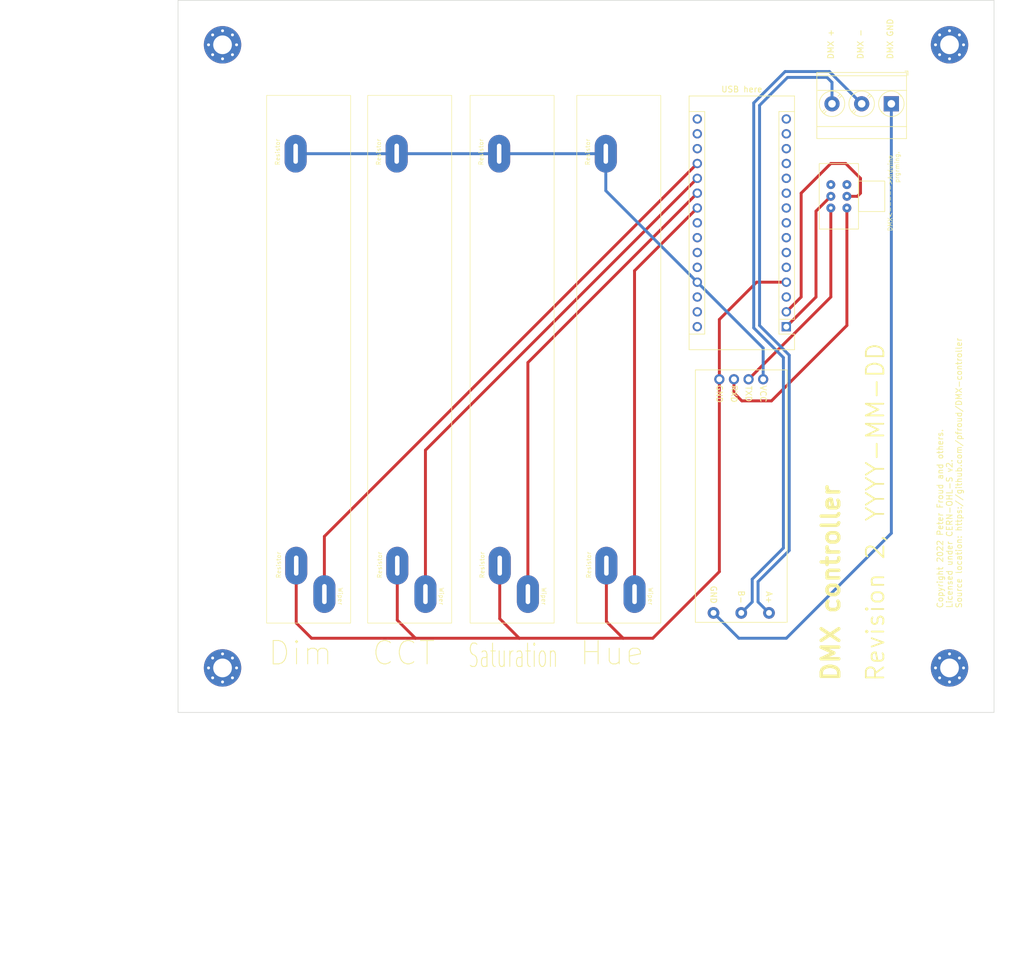
<source format=kicad_pcb>
(kicad_pcb (version 20211014) (generator pcbnew)
  (title_block (title "DMX controller"))
  (layers (0 "F.Cu" signal) (31 "B.Cu" signal) (34 "B.Paste" user) (35 "F.Paste" user) (36 "B.SilkS" user "B.Silkscreen") (37 "F.SilkS" user "F.Silkscreen") (38 "B.Mask" user) (39 "F.Mask" user) (44 "Edge.Cuts" user))
  (net 0 "")
  (net 1 "/TX")
  (net 2 "/RX")
  (net 4 "GND")
  (net 19 "/A0")
  (net 20 "/A1")
  (net 21 "/A2")
  (net 22 "/A3")
  (net 27 "+5V")
  (net 30 "Net-(J1-Pad1)")
  (net 31 "/DMX-")
  (net 32 "/DMX+")
  (net 33 "Net-(SW1-Pad1)")
  (net 35 "Net-(SW1-Pad4)")
  (footprint "DMX_controller:slide_potentiometer_OAK_A50K" (layer "F.Cu") (at 96.225 52.345)
    (fp_text reference "RV3" hide)
    (fp_text value "slider_3_saturation")
    (fp_text user "Resistor" (at 1.560911 79.884417 90 unlocked) (layer "F.SilkS") (effects (font (size 0.75 0.75) (thickness 0.1))))
    (fp_text user "Resistor" (at 1.381684 9.186495 90 unlocked) (layer "F.SilkS") (effects (font (size 0.75 0.75) (thickness 0.1))))
    (fp_text user "Wiper" (at 12.126933 85.242723 270 unlocked) (layer "F.SilkS") (effects (font (size 0.75 0.75) (thickness 0.1))))
    (fp_rect (start -0.5 -0.5) (end 13.88 89.84) (layer "F.SilkS") (width 0.1) (fill none))
    (pad "1" thru_hole oval (at 4.57 80) (size 3.77 6.45) (drill oval 0.77 3.45) (layers *.Cu *.Mask) (net 4 "GND"))
    (pad "2" thru_hole oval (at 9.39 84.87) (size 3.77 6.45) (drill oval 0.77 3.45) (layers *.Cu *.Mask) (net 21 "/A2"))
    (pad "3" thru_hole oval (at 4.47 9.48) (size 3.77 6.45) (drill oval 0.77 3.45) (layers *.Cu *.Mask) (net 27 "+5V"))
  )
  (footprint "MountingHole:MountingHole_3.2mm_M3_Pad_Via" (layer "F.Cu") (at 53.34 43.18)
    (fp_text reference "MH1" hide)
    (fp_text value "MountingHole_3.2mm_M3_Pad_Via")
    (pad "1" thru_hole circle (at 1.697056 1.697056) (size 0.8 0.8) (drill 0.5) (layers *.Cu *.Mask))
    (pad "1" thru_hole circle (at -1.697056 -1.697056) (size 0.8 0.8) (drill 0.5) (layers *.Cu *.Mask))
    (pad "1" thru_hole circle (at 2.4 0) (size 0.8 0.8) (drill 0.5) (layers *.Cu *.Mask))
    (pad "1" thru_hole circle (at 0 2.4) (size 0.8 0.8) (drill 0.5) (layers *.Cu *.Mask))
    (pad "1" thru_hole circle (at 0 -2.4) (size 0.8 0.8) (drill 0.5) (layers *.Cu *.Mask))
    (pad "1" thru_hole circle (at -1.697056 1.697056) (size 0.8 0.8) (drill 0.5) (layers *.Cu *.Mask))
    (pad "1" thru_hole circle (at 0 0) (size 6.4 6.4) (drill 3.2) (layers *.Cu *.Mask))
    (pad "1" thru_hole circle (at -2.4 0) (size 0.8 0.8) (drill 0.5) (layers *.Cu *.Mask))
    (pad "1" thru_hole circle (at 1.697056 -1.697056) (size 0.8 0.8) (drill 0.5) (layers *.Cu *.Mask))
  )
  (footprint "Module:Arduino_Nano" (layer "F.Cu") (at 149.86 91.44 180)
    (fp_text reference "A1" hide)
    (fp_text value "Arduino_Nano_v3.x")
    (fp_line (start -1.4 -3.94) (end -1.4 -1.27) (layer "F.SilkS") (width 0.12))
    (fp_line (start 13.97 -1.27) (end 16.64 -1.27) (layer "F.SilkS") (width 0.12))
    (fp_line (start 1.27 1.27) (end -1.4 1.27) (layer "F.SilkS") (width 0.12))
    (fp_line (start 1.27 1.27) (end 1.27 -1.27) (layer "F.SilkS") (width 0.12))
    (fp_line (start 1.27 36.83) (end -1.4 36.83) (layer "F.SilkS") (width 0.12))
    (fp_line (start 16.64 -3.94) (end -1.4 -3.94) (layer "F.SilkS") (width 0.12))
    (fp_line (start 1.27 1.27) (end 1.27 36.83) (layer "F.SilkS") (width 0.12))
    (fp_line (start -1.4 39.5) (end 16.64 39.5) (layer "F.SilkS") (width 0.12))
    (fp_line (start 1.27 -1.27) (end -1.4 -1.27) (layer "F.SilkS") (width 0.12))
    (fp_line (start 16.64 39.5) (end 16.64 -3.94) (layer "F.SilkS") (width 0.12))
    (fp_line (start 13.97 -1.27) (end 13.97 36.83) (layer "F.SilkS") (width 0.12))
    (fp_line (start 13.97 36.83) (end 16.64 36.83) (layer "F.SilkS") (width 0.12))
    (fp_line (start -1.4 1.27) (end -1.4 39.5) (layer "F.SilkS") (width 0.12))
    (pad "1" thru_hole rect (at 0 0 180) (size 1.6 1.6) (drill 1) (layers *.Cu *.Mask) (net 1 "/TX"))
    (pad "2" thru_hole oval (at 0 2.54 180) (size 1.6 1.6) (drill 1) (layers *.Cu *.Mask) (net 2 "/RX"))
    (pad "3" thru_hole oval (at 0 5.08 180) (size 1.6 1.6) (drill 1) (layers *.Cu *.Mask))
    (pad "4" thru_hole oval (at 0 7.62 180) (size 1.6 1.6) (drill 1) (layers *.Cu *.Mask) (net 4 "GND"))
    (pad "5" thru_hole oval (at 0 10.16 180) (size 1.6 1.6) (drill 1) (layers *.Cu *.Mask))
    (pad "6" thru_hole oval (at 0 12.7 180) (size 1.6 1.6) (drill 1) (layers *.Cu *.Mask))
    (pad "7" thru_hole oval (at 0 15.24 180) (size 1.6 1.6) (drill 1) (layers *.Cu *.Mask))
    (pad "8" thru_hole oval (at 0 17.78 180) (size 1.6 1.6) (drill 1) (layers *.Cu *.Mask))
    (pad "9" thru_hole oval (at 0 20.32 180) (size 1.6 1.6) (drill 1) (layers *.Cu *.Mask))
    (pad "10" thru_hole oval (at 0 22.86 180) (size 1.6 1.6) (drill 1) (layers *.Cu *.Mask))
    (pad "11" thru_hole oval (at 0 25.4 180) (size 1.6 1.6) (drill 1) (layers *.Cu *.Mask))
    (pad "12" thru_hole oval (at 0 27.94 180) (size 1.6 1.6) (drill 1) (layers *.Cu *.Mask))
    (pad "13" thru_hole oval (at 0 30.48 180) (size 1.6 1.6) (drill 1) (layers *.Cu *.Mask))
    (pad "14" thru_hole oval (at 0 33.02 180) (size 1.6 1.6) (drill 1) (layers *.Cu *.Mask))
    (pad "15" thru_hole oval (at 0 35.56 180) (size 1.6 1.6) (drill 1) (layers *.Cu *.Mask))
    (pad "16" thru_hole oval (at 15.24 35.56 180) (size 1.6 1.6) (drill 1) (layers *.Cu *.Mask))
    (pad "17" thru_hole oval (at 15.24 33.02 180) (size 1.6 1.6) (drill 1) (layers *.Cu *.Mask))
    (pad "18" thru_hole oval (at 15.24 30.48 180) (size 1.6 1.6) (drill 1) (layers *.Cu *.Mask))
    (pad "19" thru_hole oval (at 15.24 27.94 180) (size 1.6 1.6) (drill 1) (layers *.Cu *.Mask) (net 19 "/A0"))
    (pad "20" thru_hole oval (at 15.24 25.4 180) (size 1.6 1.6) (drill 1) (layers *.Cu *.Mask) (net 20 "/A1"))
    (pad "21" thru_hole oval (at 15.24 22.86 180) (size 1.6 1.6) (drill 1) (layers *.Cu *.Mask) (net 21 "/A2"))
    (pad "22" thru_hole oval (at 15.24 20.32 180) (size 1.6 1.6) (drill 1) (layers *.Cu *.Mask) (net 22 "/A3"))
    (pad "23" thru_hole oval (at 15.24 17.78 180) (size 1.6 1.6) (drill 1) (layers *.Cu *.Mask))
    (pad "24" thru_hole oval (at 15.24 15.24 180) (size 1.6 1.6) (drill 1) (layers *.Cu *.Mask))
    (pad "25" thru_hole oval (at 15.24 12.7 180) (size 1.6 1.6) (drill 1) (layers *.Cu *.Mask))
    (pad "26" thru_hole oval (at 15.24 10.16 180) (size 1.6 1.6) (drill 1) (layers *.Cu *.Mask))
    (pad "27" thru_hole oval (at 15.24 7.62 180) (size 1.6 1.6) (drill 1) (layers *.Cu *.Mask) (net 27 "+5V"))
    (pad "28" thru_hole oval (at 15.24 5.08 180) (size 1.6 1.6) (drill 1) (layers *.Cu *.Mask))
    (pad "29" thru_hole oval (at 15.24 2.54 180) (size 1.6 1.6) (drill 1) (layers *.Cu *.Mask))
    (pad "30" thru_hole oval (at 15.24 0 180) (size 1.6 1.6) (drill 1) (layers *.Cu *.Mask))
  )
  (footprint "DMX_controller:slide_switch_DPDT_black_plastic_red_sealed_terminals" (layer "F.Cu") (at 157.48 71.12 90)
    (fp_text reference "SW1" hide)
    (fp_text value "SW_Push_DPDT")
    (fp_rect (start -3.61 -1.985) (end 7.61 4.735) (layer "F.SilkS") (width 0.12) (fill none))
    (fp_rect (start -0.61 4.735) (end 4.61 9.235) (layer "F.SilkS") (width 0.12) (fill none))
    (pad "1" thru_hole circle (at 0 0 90) (size 1.524 1.524) (drill 0.6) (layers *.Cu *.Mask) (net 33 "Net-(SW1-Pad1)"))
    (pad "2" thru_hole circle (at 2 0 90) (size 1.524 1.524) (drill 0.6) (layers *.Cu *.Mask) (net 1 "/TX"))
    (pad "3" thru_hole circle (at 4 0 90) (size 1.524 1.524) (drill 0.6) (layers *.Cu *.Mask))
    (pad "4" thru_hole circle (at 0 2.75 90) (size 1.524 1.524) (drill 0.6) (layers *.Cu *.Mask) (net 35 "Net-(SW1-Pad4)"))
    (pad "5" thru_hole circle (at 2 2.75 90) (size 1.524 1.524) (drill 0.6) (layers *.Cu *.Mask) (net 2 "/RX"))
    (pad "6" thru_hole circle (at 4 2.75 90) (size 1.524 1.524) (drill 0.6) (layers *.Cu *.Mask))
  )
  (footprint "DMX_controller:TTL_to_RS485_transceiver" (layer "F.Cu") (at 149.895255 98.941949 -90)
    (fp_text reference "U1" hide)
    (fp_text value "TTL_to_RS485_transceiver")
    (fp_text user "A+" (at 40 3 -90 unlocked) (layer "F.SilkS") (effects (justify right)))
    (fp_text user "VCC" (at 4 4 -90 unlocked) (layer "F.SilkS"))
    (fp_text user "RXD" (at 4 9 -90 unlocked) (layer "F.SilkS"))
    (fp_text user "TXD" (at 4 6.5 -90 unlocked) (layer "F.SilkS"))
    (fp_text user "B-" (at 40 7.75 -90 unlocked) (layer "F.SilkS") (effects (justify right)))
    (fp_text user "GND" (at 40 12.5 -90 unlocked) (layer "F.SilkS") (effects (justify right)))
    (fp_text user "GND" (at 4 11.5 -90 unlocked) (layer "F.SilkS"))
    (fp_rect (start -0.11 -0.11) (end 43.11 15.61) (layer "F.SilkS") (width 0.12) (fill none))
    (pad "1" thru_hole circle (at 1.5 4 180) (size 1.75 1.75) (drill 1) (layers *.Cu *.Mask) (net 27 "+5V"))
    (pad "2" thru_hole circle (at 1.5 6.5 180) (size 1.75 1.75) (drill 1) (layers *.Cu *.Mask) (net 33 "Net-(SW1-Pad1)"))
    (pad "3" thru_hole circle (at 1.5 9 180) (size 1.75 1.75) (drill 1) (layers *.Cu *.Mask) (net 35 "Net-(SW1-Pad4)"))
    (pad "4" thru_hole circle (at 1.5 11.5 180) (size 1.75 1.75) (drill 1) (layers *.Cu *.Mask) (net 4 "GND"))
    (pad "5" thru_hole circle (at 41.5 3 180) (size 2 2) (drill 1) (layers *.Cu *.Mask) (net 32 "/DMX+"))
    (pad "6" thru_hole circle (at 41.5 7.75 180) (size 2 2) (drill 1) (layers *.Cu *.Mask) (net 31 "/DMX-"))
    (pad "7" thru_hole circle (at 41.5 12.5 180) (size 2 2) (drill 1) (layers *.Cu *.Mask) (net 30 "Net-(J1-Pad1)"))
  )
  (footprint "MountingHole:MountingHole_3.2mm_M3_Pad_Via" (layer "F.Cu") (at 177.8 149.86)
    (fp_text reference "MH3" hide)
    (fp_text value "MountingHole_3.2mm_M3_Pad_Via")
    (pad "1" thru_hole circle (at 0 0) (size 6.4 6.4) (drill 3.2) (layers *.Cu *.Mask))
    (pad "1" thru_hole circle (at 2.4 0) (size 0.8 0.8) (drill 0.5) (layers *.Cu *.Mask))
    (pad "1" thru_hole circle (at 1.697056 1.697056) (size 0.8 0.8) (drill 0.5) (layers *.Cu *.Mask))
    (pad "1" thru_hole circle (at 0 2.4) (size 0.8 0.8) (drill 0.5) (layers *.Cu *.Mask))
    (pad "1" thru_hole circle (at 1.697056 -1.697056) (size 0.8 0.8) (drill 0.5) (layers *.Cu *.Mask))
    (pad "1" thru_hole circle (at 0 -2.4) (size 0.8 0.8) (drill 0.5) (layers *.Cu *.Mask))
    (pad "1" thru_hole circle (at -1.697056 -1.697056) (size 0.8 0.8) (drill 0.5) (layers *.Cu *.Mask))
    (pad "1" thru_hole circle (at -2.4 0) (size 0.8 0.8) (drill 0.5) (layers *.Cu *.Mask))
    (pad "1" thru_hole circle (at -1.697056 1.697056) (size 0.8 0.8) (drill 0.5) (layers *.Cu *.Mask))
  )
  (footprint "MountingHole:MountingHole_3.2mm_M3_Pad_Via" (layer "F.Cu") (at 53.34 149.86)
    (fp_text reference "MH4" hide)
    (fp_text value "MountingHole_3.2mm_M3_Pad_Via")
    (pad "1" thru_hole circle (at 0 2.4) (size 0.8 0.8) (drill 0.5) (layers *.Cu *.Mask))
    (pad "1" thru_hole circle (at 0 -2.4) (size 0.8 0.8) (drill 0.5) (layers *.Cu *.Mask))
    (pad "1" thru_hole circle (at -2.4 0) (size 0.8 0.8) (drill 0.5) (layers *.Cu *.Mask))
    (pad "1" thru_hole circle (at 2.4 0) (size 0.8 0.8) (drill 0.5) (layers *.Cu *.Mask))
    (pad "1" thru_hole circle (at 1.697056 -1.697056) (size 0.8 0.8) (drill 0.5) (layers *.Cu *.Mask))
    (pad "1" thru_hole circle (at -1.697056 -1.697056) (size 0.8 0.8) (drill 0.5) (layers *.Cu *.Mask))
    (pad "1" thru_hole circle (at 0 0) (size 6.4 6.4) (drill 3.2) (layers *.Cu *.Mask))
    (pad "1" thru_hole circle (at -1.697056 1.697056) (size 0.8 0.8) (drill 0.5) (layers *.Cu *.Mask))
    (pad "1" thru_hole circle (at 1.697056 1.697056) (size 0.8 0.8) (drill 0.5) (layers *.Cu *.Mask))
  )
  (footprint "MountingHole:MountingHole_3.2mm_M3_Pad_Via" (layer "F.Cu") (at 177.8 43.18)
    (fp_text reference "MH2" hide)
    (fp_text value "MountingHole_3.2mm_M3_Pad_Via")
    (pad "1" thru_hole circle (at 1.697056 1.697056) (size 0.8 0.8) (drill 0.5) (layers *.Cu *.Mask))
    (pad "1" thru_hole circle (at 0 -2.4) (size 0.8 0.8) (drill 0.5) (layers *.Cu *.Mask))
    (pad "1" thru_hole circle (at 0 2.4) (size 0.8 0.8) (drill 0.5) (layers *.Cu *.Mask))
    (pad "1" thru_hole circle (at -2.4 0) (size 0.8 0.8) (drill 0.5) (layers *.Cu *.Mask))
    (pad "1" thru_hole circle (at 2.4 0) (size 0.8 0.8) (drill 0.5) (layers *.Cu *.Mask))
    (pad "1" thru_hole circle (at -1.697056 1.697056) (size 0.8 0.8) (drill 0.5) (layers *.Cu *.Mask))
    (pad "1" thru_hole circle (at 1.697056 -1.697056) (size 0.8 0.8) (drill 0.5) (layers *.Cu *.Mask))
    (pad "1" thru_hole circle (at -1.697056 -1.697056) (size 0.8 0.8) (drill 0.5) (layers *.Cu *.Mask))
    (pad "1" thru_hole circle (at 0 0) (size 6.4 6.4) (drill 3.2) (layers *.Cu *.Mask))
  )
  (footprint "TerminalBlock_Phoenix:TerminalBlock_Phoenix_MKDS-3-3-5.08_1x03_P5.08mm_Horizontal" (layer "F.Cu") (at 167.84 53.28 180)
    (fp_text reference "J1" hide)
    (fp_text value "DMX_output")
    (fp_line (start 6.468 -1.654) (end 6.088 -1.274) (layer "F.SilkS") (width 0.12))
    (fp_line (start 9.153 1.274) (end 8.773 1.654) (layer "F.SilkS") (width 0.12))
    (fp_line (start -2.84 5.6) (end -2.34 5.6) (layer "F.SilkS") (width 0.12))
    (fp_line (start -2.6 2.3) (end 12.76 2.3) (layer "F.SilkS") (width 0.12))
    (fp_line (start -2.6 4.8) (end 12.76 4.8) (layer "F.SilkS") (width 0.12))
    (fp_line (start 8.902 0.992) (end 8.507 1.388) (layer "F.SilkS") (width 0.12))
    (fp_line (start -2.6 -5.96) (end 12.76 -5.96) (layer "F.SilkS") (width 0.12))
    (fp_line (start 12.76 -5.96) (end 12.76 5.36) (layer "F.SilkS") (width 0.12))
    (fp_line (start -2.84 4.86) (end -2.84 5.6) (layer "F.SilkS") (width 0.12))
    (fp_line (start -1.282 1.547) (end -1.388 1.654) (layer "F.SilkS") (width 0.12))
    (fp_line (start 11.814 -1.388) (end 11.419 -0.992) (layer "F.SilkS") (width 0.12))
    (fp_line (start -2.6 -5.96) (end -2.6 5.36) (layer "F.SilkS") (width 0.12))
    (fp_line (start 3.822 0.992) (end 3.427 1.388) (layer "F.SilkS") (width 0.12))
    (fp_line (start 1.654 -1.388) (end 1.547 -1.281) (layer "F.SilkS") (width 0.12))
    (fp_line (start -2.6 -3.9) (end 12.76 -3.9) (layer "F.SilkS") (width 0.12))
    (fp_line (start 4.073 1.274) (end 3.693 1.654) (layer "F.SilkS") (width 0.12))
    (fp_line (start 1.388 -1.654) (end 1.281 -1.547) (layer "F.SilkS") (width 0.12))
    (fp_line (start 11.548 -1.654) (end 11.168 -1.274) (layer "F.SilkS") (width 0.12))
    (fp_line (start 6.734 -1.388) (end 6.339 -0.992) (layer "F.SilkS") (width 0.12))
    (fp_line (start -2.6 5.36) (end 12.76 5.36) (layer "F.SilkS") (width 0.12))
    (fp_line (start -1.548 1.281) (end -1.654 1.388) (layer "F.SilkS") (width 0.12))
    (fp_circle (center 5.08 0) (end 7.26 0) (layer "F.SilkS") (width 0.12) (fill none))
    (fp_circle (center 0 0) (end 2.18 0) (layer "F.SilkS") (width 0.12) (fill none))
    (fp_circle (center 10.16 0) (end 12.34 0) (layer "F.SilkS") (width 0.12) (fill none))
    (pad "1" thru_hole rect (at 0 0 180) (size 2.6 2.6) (drill 1.3) (layers *.Cu *.Mask) (net 30 "Net-(J1-Pad1)"))
    (pad "2" thru_hole circle (at 5.08 0 180) (size 2.6 2.6) (drill 1.3) (layers *.Cu *.Mask) (net 31 "/DMX-"))
    (pad "3" thru_hole circle (at 10.16 0 180) (size 2.6 2.6) (drill 1.3) (layers *.Cu *.Mask) (net 32 "/DMX+"))
  )
  (footprint "DMX_controller:slide_potentiometer_OAK_A50K" (layer "F.Cu") (at 61.385 52.345)
    (fp_text reference "RV1" hide)
    (fp_text value "slider_1_dim")
    (fp_text user "Resistor" (at 1.381684 9.186495 90 unlocked) (layer "F.SilkS") (effects (font (size 0.75 0.75) (thickness 0.1))))
    (fp_text user "Wiper" (at 12.126933 85.242723 270 unlocked) (layer "F.SilkS") (effects (font (size 0.75 0.75) (thickness 0.1))))
    (fp_text user "Resistor" (at 1.560911 79.884417 90 unlocked) (layer "F.SilkS") (effects (font (size 0.75 0.75) (thickness 0.1))))
    (fp_rect (start -0.5 -0.5) (end 13.88 89.84) (layer "F.SilkS") (width 0.1) (fill none))
    (pad "1" thru_hole oval (at 4.57 80) (size 3.77 6.45) (drill oval 0.77 3.45) (layers *.Cu *.Mask) (net 4 "GND"))
    (pad "2" thru_hole oval (at 9.39 84.87) (size 3.77 6.45) (drill oval 0.77 3.45) (layers *.Cu *.Mask) (net 19 "/A0"))
    (pad "3" thru_hole oval (at 4.47 9.48) (size 3.77 6.45) (drill oval 0.77 3.45) (layers *.Cu *.Mask) (net 27 "+5V"))
  )
  (footprint "DMX_controller:slide_potentiometer_OAK_A50K" (layer "F.Cu") (at 114.485 52.345)
    (fp_text reference "RV4" hide)
    (fp_text value "slider_4_hue")
    (fp_text user "Resistor" (at 1.381684 9.186495 90 unlocked) (layer "F.SilkS") (effects (font (size 0.75 0.75) (thickness 0.1))))
    (fp_text user "Resistor" (at 1.560911 79.884417 90 unlocked) (layer "F.SilkS") (effects (font (size 0.75 0.75) (thickness 0.1))))
    (fp_text user "Wiper" (at 12.126933 85.242723 270 unlocked) (layer "F.SilkS") (effects (font (size 0.75 0.75) (thickness 0.1))))
    (fp_rect (start -0.5 -0.5) (end 13.88 89.84) (layer "F.SilkS") (width 0.1) (fill none))
    (pad "1" thru_hole oval (at 4.57 80) (size 3.77 6.45) (drill oval 0.77 3.45) (layers *.Cu *.Mask) (net 4 "GND"))
    (pad "2" thru_hole oval (at 9.39 84.87) (size 3.77 6.45) (drill oval 0.77 3.45) (layers *.Cu *.Mask) (net 22 "/A3"))
    (pad "3" thru_hole oval (at 4.47 9.48) (size 3.77 6.45) (drill oval 0.77 3.45) (layers *.Cu *.Mask) (net 27 "+5V"))
  )
  (footprint "DMX_controller:slide_potentiometer_OAK_A50K" (layer "F.Cu") (at 78.685 52.345)
    (fp_text reference "RV2" hide)
    (fp_text value "slider_2_CCT")
    (fp_text user "Resistor" (at 1.560911 79.884417 90 unlocked) (layer "F.SilkS") (effects (font (size 0.75 0.75) (thickness 0.1))))
    (fp_text user "Resistor" (at 1.381684 9.186495 90 unlocked) (layer "F.SilkS") (effects (font (size 0.75 0.75) (thickness 0.1))))
    (fp_text user "Wiper" (at 12.126933 85.242723 270 unlocked) (layer "F.SilkS") (effects (font (size 0.75 0.75) (thickness 0.1))))
    (fp_rect (start -0.5 -0.5) (end 13.88 89.84) (layer "F.SilkS") (width 0.1) (fill none))
    (pad "1" thru_hole oval (at 4.57 80) (size 3.77 6.45) (drill oval 0.77 3.45) (layers *.Cu *.Mask) (net 4 "GND"))
    (pad "2" thru_hole oval (at 9.39 84.87) (size 3.77 6.45) (drill oval 0.77 3.45) (layers *.Cu *.Mask) (net 20 "/A1"))
    (pad "3" thru_hole oval (at 4.47 9.48) (size 3.77 6.45) (drill oval 0.77 3.45) (layers *.Cu *.Mask) (net 27 "+5V"))
  )
  (gr_rect (start 45.72 35.56) (end 185.42 157.48) (layer "Edge.Cuts") (width 0.1) (fill none))
  (gr_text "prgrming." (at 168.818852 64.13638 90) (layer "F.SilkS") (effects (font (size 0.75 0.75) (thickness 0.1))))
  (gr_text "DMX -" (at 162.56 45.72 90) (layer "F.SilkS") (effects (font (size 1 1)) (justify left)))
  (gr_text "Dim" (at 60.96 147.32) (layer "F.SilkS") (effects (font (size 4 4)) (justify left)))
  (gr_text "Hue" (at 114.3 147.32) (layer "F.SilkS") (effects (font (size 4 4)) (justify left)))
  (gr_text "DMX GND" (at 167.64 45.72 90) (layer "F.SilkS") (effects (font (size 1 1)) (justify left)))
  (gr_text "DMX controller" (at 157.48 152.4 90) (layer "F.SilkS") (effects (font (size 3 3) (thickness 0.6)) (justify left)))
  (gr_text "Saturation" (at 95.274826 147.769011) (layer "F.SilkS") (effects (font (size 4 2)) (justify left)))
  (gr_text "USB here" (at 142.24 50.8) (layer "F.SilkS") (effects (font (size 1 1))))
  (gr_text "DMX +" (at 157.48 45.72 90) (layer "F.SilkS") (effects (font (size 1 1)) (justify left)))
  (gr_text "Revision 2, YYYY-MM-DD" (at 165.1 152.4 90) (layer "F.SilkS") (effects (font (size 3 3) (thickness 0.3)) (justify left)))
  (gr_text "DMX<----->Arduino" (at 167.64 68.58 90) (layer "F.SilkS") (effects (font (size 0.75 0.75) (thickness 0.1))))
  (gr_text "CCT" (at 78.74 147.32) (layer "F.SilkS") (effects (font (size 4 4)) (justify left)))
  (gr_text "Copyright 2022 Peter Froud and others.\nLicensed under CERN-OHL-S v2.\nSource location: https://github.com/pfroud/DMX-controller" (at 177.8 139.7 90) (layer "F.SilkS") (effects (font (size 1 1)) (justify left)))
  (segment (start 149.86 91.44) (end 154.94 86.36) (width 0.5) (layer "F.Cu") (net 1))
  (segment (start 157.48 69.12) (end 154.94 71.66) (width 0.5) (layer "F.Cu") (net 1))
  (segment (start 154.94 71.66) (end 154.94 86.36) (width 0.5) (layer "F.Cu") (net 1))
  (segment (start 157.48 63.5) (end 160.02 63.5) (width 0.5) (layer "F.Cu") (net 2))
  (segment (start 162.02 69.12) (end 162.56 68.58) (width 0.5) (layer "F.Cu") (net 2))
  (segment (start 149.86 88.9) (end 152.4 86.36) (width 0.5) (layer "F.Cu") (net 2))
  (segment (start 152.4 86.36) (end 152.4 68.58) (width 0.5) (layer "F.Cu") (net 2))
  (segment (start 162.56 68.58) (end 162.56 66.04) (width 0.5) (layer "F.Cu") (net 2))
  (segment (start 152.4 68.58) (end 157.48 63.5) (width 0.5) (layer "F.Cu") (net 2))
  (segment (start 162.56 66.04) (end 160.02 63.5) (width 0.5) (layer "F.Cu") (net 2))
  (segment (start 162.02 69.12) (end 160.23 69.12) (width 0.5) (layer "F.Cu") (net 2))
  (segment (start 83.255 141.675) (end 83.255 132.345) (width 0.5) (layer "F.Cu") (net 4))
  (segment (start 104.14 144.78) (end 121.92 144.78) (width 0.5) (layer "F.Cu") (net 4))
  (segment (start 104.14 144.78) (end 100.795 141.435) (width 0.5) (layer "F.Cu") (net 4))
  (segment (start 119.055 141.915) (end 119.055 132.345) (width 0.5) (layer "F.Cu") (net 4))
  (segment (start 86.36 144.78) (end 83.255 141.675) (width 0.5) (layer "F.Cu") (net 4))
  (segment (start 121.92 144.78) (end 119.055 141.915) (width 0.5) (layer "F.Cu") (net 4))
  (segment (start 138.395255 90.204745) (end 144.78 83.82) (width 0.5) (layer "F.Cu") (net 4))
  (segment (start 138.395255 133.384745) (end 138.395255 100.441949) (width 0.5) (layer "F.Cu") (net 4))
  (segment (start 86.36 144.78) (end 104.14 144.78) (width 0.5) (layer "F.Cu") (net 4))
  (segment (start 65.955 142.155) (end 68.58 144.78) (width 0.5) (layer "F.Cu") (net 4))
  (segment (start 127 144.78) (end 138.395255 133.384745) (width 0.5) (layer "F.Cu") (net 4))
  (segment (start 144.78 83.82) (end 149.86 83.82) (width 0.5) (layer "F.Cu") (net 4))
  (segment (start 121.92 144.78) (end 127 144.78) (width 0.5) (layer "F.Cu") (net 4))
  (segment (start 138.395255 100.441949) (end 138.395255 90.204745) (width 0.5) (layer "F.Cu") (net 4))
  (segment (start 65.955 132.345) (end 65.955 142.155) (width 0.5) (layer "F.Cu") (net 4))
  (segment (start 100.795 141.435) (end 100.795 132.345) (width 0.5) (layer "F.Cu") (net 4))
  (segment (start 86.36 144.78) (end 68.58 144.78) (width 0.5) (layer "F.Cu") (net 4))
  (segment (start 70.775 127.345) (end 134.62 63.5) (width 0.5) (layer "F.Cu") (net 19))
  (segment (start 70.775 137.215) (end 70.775 127.345) (width 0.5) (layer "F.Cu") (net 19))
  (segment (start 88.075 137.215) (end 88.075 112.585) (width 0.5) (layer "F.Cu") (net 20))
  (segment (start 88.075 112.585) (end 134.62 66.04) (width 0.5) (layer "F.Cu") (net 20))
  (segment (start 105.615 137.215) (end 105.615 97.585) (width 0.5) (layer "F.Cu") (net 21))
  (segment (start 105.615 97.585) (end 134.62 68.58) (width 0.5) (layer "F.Cu") (net 21))
  (segment (start 123.875 137.215) (end 123.875 81.865) (width 0.5) (layer "F.Cu") (net 22))
  (segment (start 123.875 81.865) (end 134.62 71.12) (width 0.5) (layer "F.Cu") (net 22))
  (segment (start 145.895255 95.095255) (end 145.895255 100.441949) (width 0.5) (layer "B.Cu") (net 27))
  (segment (start 118.955 68.155) (end 134.62 83.82) (width 0.5) (layer "B.Cu") (net 27))
  (segment (start 118.955 68.155) (end 118.955 61.825) (width 0.5) (layer "B.Cu") (net 27))
  (segment (start 118.955 61.825) (end 101.655 61.825) (width 0.5) (layer "B.Cu") (net 27))
  (segment (start 84.115 61.825) (end 65.855 61.825) (width 0.5) (layer "B.Cu") (net 27))
  (segment (start 134.62 83.82) (end 145.895255 95.095255) (width 0.5) (layer "B.Cu") (net 27))
  (segment (start 101.655 61.825) (end 84.115 61.825) (width 0.5) (layer "B.Cu") (net 27))
  (segment (start 141.733306 144.78) (end 137.395255 140.441949) (width 0.5) (layer "B.Cu") (net 30))
  (segment (start 167.84 53.28) (end 167.84 126.8) (width 0.5) (layer "B.Cu") (net 30))
  (segment (start 167.84 126.8) (end 149.86 144.78) (width 0.5) (layer "B.Cu") (net 30))
  (segment (start 149.86 144.78) (end 141.733306 144.78) (width 0.5) (layer "B.Cu") (net 30))
  (segment (start 149.36 96.727108) (end 149.36 129.332892) (width 0.5) (layer "B.Cu") (net 31))
  (segment (start 144.28 53.132892) (end 144.28 91.647108) (width 0.5) (layer "B.Cu") (net 31))
  (segment (start 144.020255 138.566949) (end 142.145255 140.441949) (width 0.5) (layer "B.Cu") (net 31))
  (segment (start 157.24 47.76) (end 149.652892 47.76) (width 0.5) (layer "B.Cu") (net 31))
  (segment (start 144.28 91.647108) (end 149.36 96.727108) (width 0.5) (layer "B.Cu") (net 31))
  (segment (start 149.36 129.332892) (end 144.020255 134.672637) (width 0.5) (layer "B.Cu") (net 31))
  (segment (start 162.76 53.28) (end 157.24 47.76) (width 0.5) (layer "B.Cu") (net 31))
  (segment (start 144.020255 134.672637) (end 144.020255 138.566949) (width 0.5) (layer "B.Cu") (net 31))
  (segment (start 149.652892 47.76) (end 144.28 53.132892) (width 0.5) (layer "B.Cu") (net 31))
  (segment (start 150.36 129.747108) (end 145.020255 135.086853) (width 0.5) (layer "B.Cu") (net 32))
  (segment (start 157.68 49.614214) (end 156.825786 48.76) (width 0.5) (layer "B.Cu") (net 32))
  (segment (start 150.067108 48.76) (end 145.28 53.547108) (width 0.5) (layer "B.Cu") (net 32))
  (segment (start 145.28 91.232892) (end 150.36 96.312892) (width 0.5) (layer "B.Cu") (net 32))
  (segment (start 145.020255 138.566949) (end 146.895255 140.441949) (width 0.5) (layer "B.Cu") (net 32))
  (segment (start 145.020255 135.086853) (end 145.020255 138.566949) (width 0.5) (layer "B.Cu") (net 32))
  (segment (start 157.68 53.28) (end 157.68 49.614214) (width 0.5) (layer "B.Cu") (net 32))
  (segment (start 145.28 53.547108) (end 145.28 91.232892) (width 0.5) (layer "B.Cu") (net 32))
  (segment (start 150.36 96.312892) (end 150.36 129.747108) (width 0.5) (layer "B.Cu") (net 32))
  (segment (start 156.825786 48.76) (end 150.067108 48.76) (width 0.5) (layer "B.Cu") (net 32))
  (segment (start 157.48 86.357204) (end 143.395255 100.441949) (width 0.5) (layer "F.Cu") (net 33))
  (segment (start 157.48 71.12) (end 157.48 86.357204) (width 0.5) (layer "F.Cu") (net 33))
  (segment (start 160.23 71.12) (end 160.23 91.23) (width 0.5) (layer "F.Cu") (net 35))
  (segment (start 140.895255 102.795255) (end 140.895255 100.441949) (width 0.5) (layer "F.Cu") (net 35))
  (segment (start 142.24 104.14) (end 140.895255 102.795255) (width 0.5) (layer "F.Cu") (net 35))
  (segment (start 160.23 91.23) (end 147.32 104.14) (width 0.5) (layer "F.Cu") (net 35))
  (segment (start 147.32 104.14) (end 142.24 104.14) (width 0.5) (layer "F.Cu") (net 35))
)
</source>
